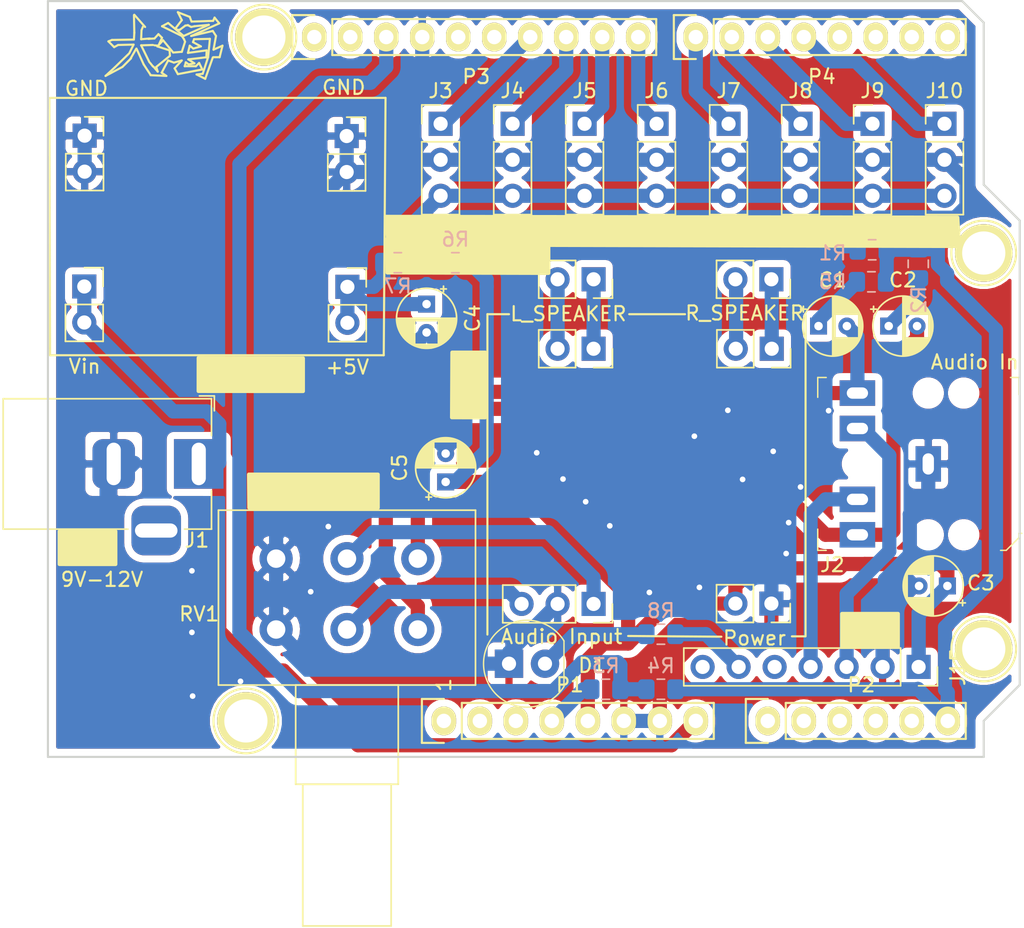
<source format=kicad_pcb>
(kicad_pcb (version 20171130) (host pcbnew "(5.1.2-1)-1")
  (title_block (date "lun. 30 mars 2015"))
  (layers (0 F.Cu signal) (31 B.Cu signal) (34 B.Paste user) (35 F.Paste user) (36 B.SilkS user) (37 F.SilkS user hide) (38 B.Mask user) (39 F.Mask user) (44 Edge.Cuts user))
  (net 0 "")
  (net 1 +5V)
  (net 2 GND)
  (net 3 /Vin)
  (net 4 /AREF)
  (net 5 "/A5(SCL)")
  (net 6 "/9(**)")
  (net 7 /8)
  (net 8 /7)
  (net 9 "/6(**)")
  (net 10 "/5(**)")
  (net 11 /4)
  (net 12 "/10(**/SS)")
  (net 13 +3V3)
  (net 14 "/11(**/MOSI)")
  (net 15 "Net-(C1-Pad1)")
  (net 16 "Net-(C2-Pad1)")
  (net 17 "Net-(J10-Pad3)")
  (net 18 /LEFT)
  (net 19 /RIGHT)
  (net 20 "Net-(D1-Pad2)")
  (net 21 "Net-(J15-Pad6)")
  (net 22 /BT_LEFT)
  (net 23 /BT_RIGHT)
  (net 24 "Net-(C4-Pad1)")
  (net 25 "Net-(J16-Pad1)")
  (net 26 "Net-(J16-Pad2)")
  (net 27 "Net-(J17-Pad2)")
  (net 28 "Net-(J17-Pad1)")
  (net 29 "Net-(J21-Pad1)")
  (net 30 "Net-(J21-Pad3)")
  (module Socket_Arduino_Uno:Socket_Strip_Arduino_1x08 (layer F.Cu) (at 138.938 123.825)
    (fp_text reference P1 (at 8.89 -2.54) (layer F.SilkS))
    (fp_text value Power)
    (pad 1 thru_hole oval (at 0 0) (size 1.7272 2.032) (drill 1.016) (layers *.Cu *.Mask F.SilkS))
    (pad 2 thru_hole oval (at 2.54 0) (size 1.7272 2.032) (drill 1.016) (layers *.Cu *.Mask F.SilkS))
    (pad 3 thru_hole oval (at 5.08 0) (size 1.7272 2.032) (drill 1.016) (layers *.Cu *.Mask F.SilkS))
    (pad 4 thru_hole oval (at 7.62 0) (size 1.7272 2.032) (drill 1.016) (layers *.Cu *.Mask F.SilkS) (net 13 +3V3))
    (pad 5 thru_hole oval (at 10.16 0) (size 1.7272 2.032) (drill 1.016) (layers *.Cu *.Mask F.SilkS) (net 1 +5V))
    (pad 6 thru_hole oval (at 12.7 0) (size 1.7272 2.032) (drill 1.016) (layers *.Cu *.Mask F.SilkS) (net 2 GND))
    (pad 7 thru_hole oval (at 15.24 0) (size 1.7272 2.032) (drill 1.016) (layers *.Cu *.Mask F.SilkS) (net 2 GND))
    (pad 8 thru_hole oval (at 17.78 0) (size 1.7272 2.032) (drill 1.016) (layers *.Cu *.Mask F.SilkS) (net 3 /Vin))
  )
  (module Socket_Arduino_Uno:Socket_Strip_Arduino_1x06 (layer F.Cu) (at 161.798 123.825)
    (fp_text reference P2 (at 6.604 -2.54) (layer F.SilkS))
    (fp_text value Analog)
    (pad 1 thru_hole oval (at 0 0) (size 1.7272 2.032) (drill 1.016) (layers *.Cu *.Mask F.SilkS))
    (pad 2 thru_hole oval (at 2.54 0) (size 1.7272 2.032) (drill 1.016) (layers *.Cu *.Mask F.SilkS))
    (pad 3 thru_hole oval (at 5.08 0) (size 1.7272 2.032) (drill 1.016) (layers *.Cu *.Mask F.SilkS))
    (pad 4 thru_hole oval (at 7.62 0) (size 1.7272 2.032) (drill 1.016) (layers *.Cu *.Mask F.SilkS))
    (pad 5 thru_hole oval (at 10.16 0) (size 1.7272 2.032) (drill 1.016) (layers *.Cu *.Mask F.SilkS))
    (pad 6 thru_hole oval (at 12.7 0) (size 1.7272 2.032) (drill 1.016) (layers *.Cu *.Mask F.SilkS) (net 5 "/A5(SCL)"))
  )
  (module Socket_Arduino_Uno:Socket_Strip_Arduino_1x10 (layer F.Cu) (at 129.794 75.565)
    (fp_text reference P3 (at 11.43 2.794) (layer F.SilkS))
    (fp_text value Digital)
    (pad 1 thru_hole oval (at 0 0) (size 1.7272 2.032) (drill 1.016) (layers *.Cu *.Mask F.SilkS))
    (pad 2 thru_hole oval (at 2.54 0) (size 1.7272 2.032) (drill 1.016) (layers *.Cu *.Mask F.SilkS))
    (pad 3 thru_hole oval (at 5.08 0) (size 1.7272 2.032) (drill 1.016) (layers *.Cu *.Mask F.SilkS) (net 4 /AREF))
    (pad 4 thru_hole oval (at 7.62 0) (size 1.7272 2.032) (drill 1.016) (layers *.Cu *.Mask F.SilkS) (net 2 GND))
    (pad 5 thru_hole oval (at 10.16 0) (size 1.7272 2.032) (drill 1.016) (layers *.Cu *.Mask F.SilkS))
    (pad 6 thru_hole oval (at 12.7 0) (size 1.7272 2.032) (drill 1.016) (layers *.Cu *.Mask F.SilkS))
    (pad 7 thru_hole oval (at 15.24 0) (size 1.7272 2.032) (drill 1.016) (layers *.Cu *.Mask F.SilkS) (net 14 "/11(**/MOSI)"))
    (pad 8 thru_hole oval (at 17.78 0) (size 1.7272 2.032) (drill 1.016) (layers *.Cu *.Mask F.SilkS) (net 12 "/10(**/SS)"))
    (pad 9 thru_hole oval (at 20.32 0) (size 1.7272 2.032) (drill 1.016) (layers *.Cu *.Mask F.SilkS) (net 6 "/9(**)"))
    (pad 10 thru_hole oval (at 22.86 0) (size 1.7272 2.032) (drill 1.016) (layers *.Cu *.Mask F.SilkS) (net 7 /8))
  )
  (module Socket_Arduino_Uno:Socket_Strip_Arduino_1x08 (layer F.Cu) (at 156.718 75.565)
    (fp_text reference P4 (at 8.89 2.794) (layer F.SilkS))
    (fp_text value Digital)
    (pad 1 thru_hole oval (at 0 0) (size 1.7272 2.032) (drill 1.016) (layers *.Cu *.Mask F.SilkS) (net 8 /7))
    (pad 2 thru_hole oval (at 2.54 0) (size 1.7272 2.032) (drill 1.016) (layers *.Cu *.Mask F.SilkS) (net 9 "/6(**)"))
    (pad 3 thru_hole oval (at 5.08 0) (size 1.7272 2.032) (drill 1.016) (layers *.Cu *.Mask F.SilkS) (net 10 "/5(**)"))
    (pad 4 thru_hole oval (at 7.62 0) (size 1.7272 2.032) (drill 1.016) (layers *.Cu *.Mask F.SilkS) (net 11 /4))
    (pad 5 thru_hole oval (at 10.16 0) (size 1.7272 2.032) (drill 1.016) (layers *.Cu *.Mask F.SilkS))
    (pad 6 thru_hole oval (at 12.7 0) (size 1.7272 2.032) (drill 1.016) (layers *.Cu *.Mask F.SilkS))
    (pad 7 thru_hole oval (at 15.24 0) (size 1.7272 2.032) (drill 1.016) (layers *.Cu *.Mask F.SilkS))
    (pad 8 thru_hole oval (at 17.78 0) (size 1.7272 2.032) (drill 1.016) (layers *.Cu *.Mask F.SilkS))
  )
  (module Socket_Arduino_Uno:Arduino_1pin (layer F.Cu) (at 124.968 123.825)
    (fp_text reference P5 hide)
    (fp_text value CONN_01X01 hide)
    (pad 1 thru_hole circle (at 0 0) (size 4.064 4.064) (drill 3.048) (layers *.Cu *.Mask F.SilkS))
  )
  (module Socket_Arduino_Uno:Arduino_1pin (layer F.Cu) (at 177.038 118.745)
    (fp_text reference P6 hide)
    (fp_text value CONN_01X01 hide)
    (pad 1 thru_hole circle (at 0 0) (size 4.064 4.064) (drill 3.048) (layers *.Cu *.Mask F.SilkS))
  )
  (module Socket_Arduino_Uno:Arduino_1pin (layer F.Cu) (at 126.238 75.565)
    (fp_text reference P7 hide)
    (fp_text value CONN_01X01 hide)
    (pad 1 thru_hole circle (at 0 0) (size 4.064 4.064) (drill 3.048) (layers *.Cu *.Mask F.SilkS))
  )
  (module Socket_Arduino_Uno:Arduino_1pin (layer F.Cu) (at 177.038 90.805)
    (fp_text reference P8 hide)
    (fp_text value CONN_01X01 hide)
    (pad 1 thru_hole circle (at 0 0) (size 4.064 4.064) (drill 3.048) (layers *.Cu *.Mask F.SilkS))
  )
  (module Connector_BarrelJack:BarrelJack_Horizontal (layer F.Cu) (at 121.6406 105.6894)
    (fp_text reference J1 (at -0.127 5.3848) (layer F.SilkS))
    (fp_text value 9V-12V (at -6.8326 8.1534) (layer F.SilkS))
    (pad 1 thru_hole rect (at 0 0) (size 3.5 3.5) (drill oval 1 3) (layers *.Cu *.Mask) (net 3 /Vin))
    (pad 2 thru_hole roundrect (at -6 0) (size 3 3.5) (drill oval 1 3) (layers *.Cu *.Mask) (net 2 GND))
    (pad 3 thru_hole roundrect (at -3 4.7) (size 3.5 3.5) (drill oval 3 1) (layers *.Cu *.Mask))
  )
  (module Connector_Audio:audiojack-3.5mm-5p (layer F.Cu) (at 168.1226 105.6894 180)
    (fp_text reference J2 (at 1.771 -7.112 180) (layer F.SilkS))
    (fp_text value "Audio In" (at -8.2804 7.1882 180) (layer F.SilkS))
    (pad RN thru_hole rect (at 0 -2.5 180) (size 2.5 1.8) (drill oval 1.5 0.8) (layers *.Cu *.Mask) (net 23 /BT_RIGHT))
    (pad TN thru_hole rect (at 0 2.5 180) (size 2.5 1.8) (drill oval 1.5 0.8) (layers *.Cu *.Mask) (net 22 /BT_LEFT))
    (pad R thru_hole rect (at 0 -5 180) (size 2.5 1.8) (drill oval 1.5 0.8) (layers *.Cu *.Mask) (net 19 /RIGHT))
    (pad T thru_hole rect (at 0 5 180) (size 2.5 1.8) (drill oval 1.5 0.8) (layers *.Cu *.Mask) (net 18 /LEFT))
    (pad S thru_hole rect (at -5 0 180) (size 1.8 2.5) (drill oval 0.8 1.5) (layers *.Cu *.Mask) (net 2 GND))
    (pad "" np_thru_hole circle (at 0 0 180) (size 1.2 1.2) (drill 1.2) (layers *.Cu *.Mask))
    (pad "" np_thru_hole circle (at -5 -5 180) (size 1.2 1.2) (drill 1.2) (layers *.Cu *.Mask))
    (pad "" np_thru_hole circle (at -7.5 -5 180) (size 1.2 1.2) (drill 1.2) (layers *.Cu *.Mask))
    (pad "" np_thru_hole circle (at -5 5 180) (size 1.2 1.2) (drill 1.2) (layers *.Cu *.Mask))
    (pad "" np_thru_hole circle (at -7.5 5 180) (size 1.2 1.2) (drill 1.2) (layers *.Cu *.Mask))
  )
  (module Connector_PinHeader_2.54mm:PinHeader_1x03_P2.54mm_Vertical (layer F.Cu) (at 138.7094 81.6864)
    (fp_text reference J3 (at 0 -2.33) (layer F.SilkS))
    (fp_text value Conn_01x03_Male)
    (pad 1 thru_hole rect (at 0 0) (size 1.7 1.7) (drill 1) (layers *.Cu *.Mask) (net 14 "/11(**/MOSI)"))
    (pad 2 thru_hole oval (at 0 2.54) (size 1.7 1.7) (drill 1) (layers *.Cu *.Mask) (net 2 GND))
    (pad 3 thru_hole oval (at 0 5.08) (size 1.7 1.7) (drill 1) (layers *.Cu *.Mask) (net 17 "Net-(J10-Pad3)"))
  )
  (module Connector_PinHeader_2.54mm:PinHeader_1x03_P2.54mm_Vertical (layer F.Cu) (at 143.7894 81.6864)
    (fp_text reference J4 (at 0 -2.33) (layer F.SilkS))
    (fp_text value Conn_01x03_Male)
    (pad 3 thru_hole oval (at 0 5.08) (size 1.7 1.7) (drill 1) (layers *.Cu *.Mask) (net 17 "Net-(J10-Pad3)"))
    (pad 2 thru_hole oval (at 0 2.54) (size 1.7 1.7) (drill 1) (layers *.Cu *.Mask) (net 2 GND))
    (pad 1 thru_hole rect (at 0 0) (size 1.7 1.7) (drill 1) (layers *.Cu *.Mask) (net 12 "/10(**/SS)"))
  )
  (module Connector_PinHeader_2.54mm:PinHeader_1x03_P2.54mm_Vertical (layer F.Cu) (at 148.8694 81.6864)
    (fp_text reference J5 (at 0 -2.33) (layer F.SilkS))
    (fp_text value Conn_01x03_Male)
    (pad 1 thru_hole rect (at 0 0) (size 1.7 1.7) (drill 1) (layers *.Cu *.Mask) (net 6 "/9(**)"))
    (pad 2 thru_hole oval (at 0 2.54) (size 1.7 1.7) (drill 1) (layers *.Cu *.Mask) (net 2 GND))
    (pad 3 thru_hole oval (at 0 5.08) (size 1.7 1.7) (drill 1) (layers *.Cu *.Mask) (net 17 "Net-(J10-Pad3)"))
  )
  (module Connector_PinHeader_2.54mm:PinHeader_1x03_P2.54mm_Vertical (layer F.Cu) (at 153.9494 81.6864)
    (fp_text reference J6 (at 0 -2.33) (layer F.SilkS))
    (fp_text value Conn_01x03_Male)
    (pad 3 thru_hole oval (at 0 5.08) (size 1.7 1.7) (drill 1) (layers *.Cu *.Mask) (net 17 "Net-(J10-Pad3)"))
    (pad 2 thru_hole oval (at 0 2.54) (size 1.7 1.7) (drill 1) (layers *.Cu *.Mask) (net 2 GND))
    (pad 1 thru_hole rect (at 0 0) (size 1.7 1.7) (drill 1) (layers *.Cu *.Mask) (net 7 /8))
  )
  (module Connector_PinHeader_2.54mm:PinHeader_1x03_P2.54mm_Vertical (layer F.Cu) (at 159.0294 81.6864)
    (fp_text reference J7 (at 0 -2.33) (layer F.SilkS))
    (fp_text value Conn_01x03_Male)
    (pad 1 thru_hole rect (at 0 0) (size 1.7 1.7) (drill 1) (layers *.Cu *.Mask) (net 8 /7))
    (pad 2 thru_hole oval (at 0 2.54) (size 1.7 1.7) (drill 1) (layers *.Cu *.Mask) (net 2 GND))
    (pad 3 thru_hole oval (at 0 5.08) (size 1.7 1.7) (drill 1) (layers *.Cu *.Mask) (net 17 "Net-(J10-Pad3)"))
  )
  (module Connector_PinHeader_2.54mm:PinHeader_1x03_P2.54mm_Vertical (layer F.Cu) (at 164.1094 81.6864)
    (fp_text reference J8 (at 0 -2.33) (layer F.SilkS))
    (fp_text value Conn_01x03_Male)
    (pad 3 thru_hole oval (at 0 5.08) (size 1.7 1.7) (drill 1) (layers *.Cu *.Mask) (net 17 "Net-(J10-Pad3)"))
    (pad 2 thru_hole oval (at 0 2.54) (size 1.7 1.7) (drill 1) (layers *.Cu *.Mask) (net 2 GND))
    (pad 1 thru_hole rect (at 0 0) (size 1.7 1.7) (drill 1) (layers *.Cu *.Mask) (net 9 "/6(**)"))
  )
  (module Connector_PinHeader_2.54mm:PinHeader_1x03_P2.54mm_Vertical (layer F.Cu) (at 169.1894 81.6864)
    (fp_text reference J9 (at 0 -2.33) (layer F.SilkS))
    (fp_text value Conn_01x03_Male)
    (pad 1 thru_hole rect (at 0 0) (size 1.7 1.7) (drill 1) (layers *.Cu *.Mask) (net 10 "/5(**)"))
    (pad 2 thru_hole oval (at 0 2.54) (size 1.7 1.7) (drill 1) (layers *.Cu *.Mask) (net 2 GND))
    (pad 3 thru_hole oval (at 0 5.08) (size 1.7 1.7) (drill 1) (layers *.Cu *.Mask) (net 17 "Net-(J10-Pad3)"))
  )
  (module Connector_PinHeader_2.54mm:PinHeader_1x03_P2.54mm_Vertical (layer F.Cu) (at 174.2694 81.6864)
    (fp_text reference J10 (at 0 -2.33) (layer F.SilkS))
    (fp_text value Conn_01x03_Male)
    (pad 3 thru_hole oval (at 0 5.08) (size 1.7 1.7) (drill 1) (layers *.Cu *.Mask) (net 17 "Net-(J10-Pad3)"))
    (pad 2 thru_hole oval (at 0 2.54) (size 1.7 1.7) (drill 1) (layers *.Cu *.Mask) (net 2 GND))
    (pad 1 thru_hole rect (at 0 0) (size 1.7 1.7) (drill 1) (layers *.Cu *.Mask) (net 11 /4))
  )
  (module digikey-footprints:LED_5mm_Radial (layer F.Cu) (at 146.0754 119.7864)
    (fp_text reference D1 (at 3.3274 0.127) (layer F.SilkS))
    (fp_text value LED_ALT)
    (pad 2 thru_hole circle (at 0 0) (size 2 2) (drill 1) (layers *.Cu *.Mask) (net 20 "Net-(D1-Pad2)"))
    (pad 1 thru_hole rect (at -2.54 0) (size 2 2) (drill 1) (layers *.Cu *.Mask) (net 2 GND))
  )
  (module Capacitor_THT:CP_Radial_D4.0mm_P2.00mm (layer F.Cu) (at 165.3794 95.9612)
    (fp_text reference C1 (at 1 -3.25) (layer F.SilkS))
    (fp_text value 0.01u)
    (pad 2 thru_hole circle (at 2 0) (size 1.2 1.2) (drill 0.6) (layers *.Cu *.Mask) (net 18 /LEFT))
    (pad 1 thru_hole rect (at 0 0) (size 1.2 1.2) (drill 0.6) (layers *.Cu *.Mask) (net 15 "Net-(C1-Pad1)"))
  )
  (module Capacitor_THT:CP_Radial_D4.0mm_P2.00mm (layer F.Cu) (at 170.3324 95.9612)
    (fp_text reference C2 (at 1 -3.25) (layer F.SilkS))
    (fp_text value 0.01u)
    (pad 1 thru_hole rect (at 0 0) (size 1.2 1.2) (drill 0.6) (layers *.Cu *.Mask) (net 16 "Net-(C2-Pad1)"))
    (pad 2 thru_hole circle (at 2 0) (size 1.2 1.2) (drill 0.6) (layers *.Cu *.Mask) (net 19 /RIGHT))
  )
  (module Capacitor_THT:CP_Radial_D4.0mm_P2.00mm (layer F.Cu) (at 174.4726 114.3 180)
    (fp_text reference C3 (at -2.3622 0.2032 180) (layer F.SilkS))
    (fp_text value CP1_Small)
    (pad 1 thru_hole rect (at 0 0 180) (size 1.2 1.2) (drill 0.6) (layers *.Cu *.Mask) (net 1 +5V))
    (pad 2 thru_hole circle (at 2 0 180) (size 1.2 1.2) (drill 0.6) (layers *.Cu *.Mask) (net 2 GND))
  )
  (module Capacitor_THT:CP_Radial_D4.0mm_P2.00mm (layer F.Cu) (at 137.7188 94.4118 270)
    (fp_text reference C4 (at 1 -3.25 270) (layer F.SilkS))
    (fp_text value CP1_Small)
    (pad 1 thru_hole rect (at 0 0 270) (size 1.2 1.2) (drill 0.6) (layers *.Cu *.Mask) (net 24 "Net-(C4-Pad1)"))
    (pad 2 thru_hole circle (at 2 0 270) (size 1.2 1.2) (drill 0.6) (layers *.Cu *.Mask) (net 2 GND))
  )
  (module Capacitor_THT:CP_Radial_D4.0mm_P2.00mm (layer F.Cu) (at 139.065 106.9594 90)
    (fp_text reference C5 (at 1 -3.25 90) (layer F.SilkS))
    (fp_text value CP1_Small)
    (pad 2 thru_hole circle (at 2 0 90) (size 1.2 1.2) (drill 0.6) (layers *.Cu *.Mask) (net 2 GND))
    (pad 1 thru_hole rect (at 0 0 90) (size 1.2 1.2) (drill 0.6) (layers *.Cu *.Mask) (net 1 +5V))
  )
  (module Potentiometer_THT:Potentiometer_Alps_RK163_Dual_Horizontal (layer F.Cu) (at 127.1016 117.3734 270)
    (fp_text reference RV1 (at -1.0922 5.4356) (layer F.SilkS))
    (fp_text value R_POT_Dual)
    (pad 3 thru_hole circle (at 0 -10 270) (size 2.34 2.34) (drill 1.3) (layers *.Cu *.Mask) (net 18 /LEFT))
    (pad 2 thru_hole circle (at 0 -5 270) (size 2.34 2.34) (drill 1.3) (layers *.Cu *.Mask) (net 30 "Net-(J21-Pad3)"))
    (pad 1 thru_hole circle (at 0 0 270) (size 2.34 2.34) (drill 1.3) (layers *.Cu *.Mask) (net 2 GND))
    (pad 6 thru_hole circle (at -5 -10 270) (size 2.34 2.34) (drill 1.3) (layers *.Cu *.Mask) (net 19 /RIGHT))
    (pad 5 thru_hole circle (at -5 -5 270) (size 2.34 2.34) (drill 1.3) (layers *.Cu *.Mask) (net 29 "Net-(J21-Pad1)"))
    (pad 4 thru_hole circle (at -5 0 270) (size 2.34 2.34) (drill 1.3) (layers *.Cu *.Mask) (net 2 GND))
  )
  (module Connector_PinSocket_2.54mm:PinSocket_1x02_P2.54mm_Vertical (layer F.Cu) (at 113.5634 93.1672)
    (fp_text reference J11)
    (fp_text value Vin (at 0.0254 5.6388) (layer F.SilkS))
    (pad 2 thru_hole oval (at 0 2.54) (size 1.7 1.7) (drill 1) (layers *.Cu *.Mask) (net 3 /Vin))
    (pad 1 thru_hole rect (at 0 0) (size 1.7 1.7) (drill 1) (layers *.Cu *.Mask) (net 3 /Vin))
  )
  (module Connector_PinSocket_2.54mm:PinSocket_1x02_P2.54mm_Vertical (layer F.Cu) (at 113.5888 82.5246)
    (fp_text reference J12)
    (fp_text value GND (at 0.127 -3.3274) (layer F.SilkS))
    (pad 1 thru_hole rect (at 0 0) (size 1.7 1.7) (drill 1) (layers *.Cu *.Mask) (net 2 GND))
    (pad 2 thru_hole oval (at 0 2.54) (size 1.7 1.7) (drill 1) (layers *.Cu *.Mask) (net 2 GND))
  )
  (module Connector_PinSocket_2.54mm:PinSocket_1x02_P2.54mm_Vertical (layer F.Cu) (at 132.1308 93.1926)
    (fp_text reference J13)
    (fp_text value +5V (at 0 5.6642) (layer F.SilkS))
    (pad 1 thru_hole rect (at 0 0) (size 1.7 1.7) (drill 1) (layers *.Cu *.Mask) (net 24 "Net-(C4-Pad1)"))
    (pad 2 thru_hole oval (at 0 2.54) (size 1.7 1.7) (drill 1) (layers *.Cu *.Mask) (net 24 "Net-(C4-Pad1)"))
  )
  (module Connector_PinSocket_2.54mm:PinSocket_1x02_P2.54mm_Vertical (layer F.Cu) (at 132.08 82.55)
    (fp_text reference J14)
    (fp_text value GND (at -0.2032 -3.429) (layer F.SilkS))
    (pad 2 thru_hole oval (at 0 2.54) (size 1.7 1.7) (drill 1) (layers *.Cu *.Mask) (net 2 GND))
    (pad 1 thru_hole rect (at 0 0) (size 1.7 1.7) (drill 1) (layers *.Cu *.Mask) (net 2 GND))
  )
  (module Connector_PinSocket_2.54mm:PinSocket_1x02_P2.54mm_Vertical (layer F.Cu) (at 162.052 92.6592 270)
    (fp_text reference J16)
    (fp_text value R_SPEAKER (at 2.3876 1.8796) (layer F.SilkS))
    (pad 2 thru_hole oval (at 0 2.54 270) (size 1.7 1.7) (drill 1) (layers *.Cu *.Mask) (net 26 "Net-(J16-Pad2)"))
    (pad 1 thru_hole rect (at 0 0 270) (size 1.7 1.7) (drill 1) (layers *.Cu *.Mask) (net 25 "Net-(J16-Pad1)"))
  )
  (module Connector_PinSocket_2.54mm:PinSocket_1x02_P2.54mm_Vertical (layer F.Cu) (at 149.5044 92.6592 270)
    (fp_text reference J17)
    (fp_text value L_SPEAKER (at 2.4384 1.778 180) (layer F.SilkS))
    (pad 1 thru_hole rect (at 0 0 270) (size 1.7 1.7) (drill 1) (layers *.Cu *.Mask) (net 28 "Net-(J17-Pad1)"))
    (pad 2 thru_hole oval (at 0 2.54 270) (size 1.7 1.7) (drill 1) (layers *.Cu *.Mask) (net 27 "Net-(J17-Pad2)"))
  )
  (module Connector_PinSocket_2.54mm:PinSocket_1x02_P2.54mm_Vertical (layer F.Cu) (at 162.0774 97.5614 270)
    (fp_text reference J18)
    (fp_text value R)
    (pad 1 thru_hole rect (at 0 0 270) (size 1.7 1.7) (drill 1) (layers *.Cu *.Mask) (net 25 "Net-(J16-Pad1)"))
    (pad 2 thru_hole oval (at 0 2.54 270) (size 1.7 1.7) (drill 1) (layers *.Cu *.Mask) (net 26 "Net-(J16-Pad2)"))
  )
  (module Connector_PinSocket_2.54mm:PinSocket_1x02_P2.54mm_Vertical (layer F.Cu) (at 149.5044 97.5614 270)
    (fp_text reference J19)
    (fp_text value L)
    (pad 2 thru_hole oval (at 0 2.54 270) (size 1.7 1.7) (drill 1) (layers *.Cu *.Mask) (net 27 "Net-(J17-Pad2)"))
    (pad 1 thru_hole rect (at 0 0 270) (size 1.7 1.7) (drill 1) (layers *.Cu *.Mask) (net 28 "Net-(J17-Pad1)"))
  )
  (module Connector_PinSocket_2.54mm:PinSocket_1x02_P2.54mm_Vertical (layer F.Cu) (at 162.052 115.5446 270)
    (fp_text reference J20)
    (fp_text value Power (at 2.4384 1.1938) (layer F.SilkS))
    (pad 2 thru_hole oval (at 0 2.54 270) (size 1.7 1.7) (drill 1) (layers *.Cu *.Mask) (net 1 +5V))
    (pad 1 thru_hole rect (at 0 0 270) (size 1.7 1.7) (drill 1) (layers *.Cu *.Mask) (net 2 GND))
  )
  (module Connector_PinSocket_2.54mm:PinSocket_1x07_P2.54mm_Vertical (layer F.Cu) (at 172.4406 120.015 270)
    (fp_text reference J15 (at 0 -2.77 270) (layer F.SilkS))
    (fp_text value "BT Audio")
    (pad 1 thru_hole rect (at 0 0 270) (size 1.7 1.7) (drill 1) (layers *.Cu *.Mask) (net 1 +5V))
    (pad 2 thru_hole oval (at 0 2.54 270) (size 1.7 1.7) (drill 1) (layers *.Cu *.Mask) (net 2 GND))
    (pad 3 thru_hole oval (at 0 5.08 270) (size 1.7 1.7) (drill 1) (layers *.Cu *.Mask) (net 22 /BT_LEFT))
    (pad 4 thru_hole oval (at 0 7.62 270) (size 1.7 1.7) (drill 1) (layers *.Cu *.Mask) (net 23 /BT_RIGHT))
    (pad 5 thru_hole oval (at 0 10.16 270) (size 1.7 1.7) (drill 1) (layers *.Cu *.Mask))
    (pad 6 thru_hole oval (at 0 12.7 270) (size 1.7 1.7) (drill 1) (layers *.Cu *.Mask) (net 21 "Net-(J15-Pad6)"))
    (pad 7 thru_hole oval (at 0 15.24 270) (size 1.7 1.7) (drill 1) (layers *.Cu *.Mask))
  )
  (module Connector_PinSocket_2.54mm:PinSocket_1x03_P2.54mm_Vertical (layer F.Cu) (at 149.5044 115.57 270)
    (fp_text reference J21)
    (fp_text value "Audio Input" (at 2.3114 2.2606) (layer F.SilkS))
    (pad 1 thru_hole rect (at 0 0 270) (size 1.7 1.7) (drill 1) (layers *.Cu *.Mask) (net 29 "Net-(J21-Pad1)"))
    (pad 2 thru_hole oval (at 0 2.54 270) (size 1.7 1.7) (drill 1) (layers *.Cu *.Mask) (net 2 GND))
    (pad 3 thru_hole oval (at 0 5.08 270) (size 1.7 1.7) (drill 1) (layers *.Cu *.Mask) (net 30 "Net-(J21-Pad3)"))
  )
  (module Symbol:dahai_small (layer F.Cu) (at 119.5324 79.8322)
    (fp_text reference REF**)
    (fp_text value dahai_small)
  )
  (module Resistor_SMD:R_0805_2012Metric_Pad1.15x1.40mm_HandSolder (layer B.Cu) (at 169.1132 92.837 180)
    (fp_text reference R1 (at 2.7432 2.032 180) (layer B.SilkS) (effects (justify mirror)))
    (fp_text value 5k1)
    (pad 2 smd roundrect (at 1.025 0 180) (size 1.15 1.4) (layers B.Cu B.Paste B.Mask) (roundrect_rratio 0.217391) (net 15 "Net-(C1-Pad1)"))
    (pad 1 smd roundrect (at -1.025 0 180) (size 1.15 1.4) (layers B.Cu B.Paste B.Mask) (roundrect_rratio 0.217391) (net 5 "/A5(SCL)"))
  )
  (module Resistor_SMD:R_0805_2012Metric_Pad1.15x1.40mm_HandSolder (layer B.Cu) (at 172.4152 91.567 270)
    (fp_text reference R2 (at 2.54 -0.0508 270) (layer B.SilkS) (effects (justify mirror)))
    (fp_text value 5k1)
    (pad 1 smd roundrect (at -1.025 0 270) (size 1.15 1.4) (layers B.Cu B.Paste B.Mask) (roundrect_rratio 0.217391) (net 5 "/A5(SCL)"))
    (pad 2 smd roundrect (at 1.025 0 270) (size 1.15 1.4) (layers B.Cu B.Paste B.Mask) (roundrect_rratio 0.217391) (net 16 "Net-(C2-Pad1)"))
  )
  (module Resistor_SMD:R_0805_2012Metric_Pad1.15x1.40mm_HandSolder (layer B.Cu) (at 150.368 121.5898 180)
    (fp_text reference R3 (at 0 1.65 180) (layer B.SilkS) (effects (justify mirror)))
    (fp_text value 5k1)
    (pad 1 smd roundrect (at -1.025 0 180) (size 1.15 1.4) (layers B.Cu B.Paste B.Mask) (roundrect_rratio 0.217391) (net 4 /AREF))
    (pad 2 smd roundrect (at 1.025 0 180) (size 1.15 1.4) (layers B.Cu B.Paste B.Mask) (roundrect_rratio 0.217391) (net 13 +3V3))
  )
  (module Resistor_SMD:R_0805_2012Metric_Pad1.15x1.40mm_HandSolder (layer B.Cu) (at 154.2542 121.5898 180)
    (fp_text reference R4 (at 0 1.65 180) (layer B.SilkS) (effects (justify mirror)))
    (fp_text value 100k)
    (pad 2 smd roundrect (at 1.025 0 180) (size 1.15 1.4) (layers B.Cu B.Paste B.Mask) (roundrect_rratio 0.217391) (net 4 /AREF))
    (pad 1 smd roundrect (at -1.025 0 180) (size 1.15 1.4) (layers B.Cu B.Paste B.Mask) (roundrect_rratio 0.217391) (net 5 "/A5(SCL)"))
  )
  (module Resistor_SMD:R_0805_2012Metric_Pad1.15x1.40mm_HandSolder (layer B.Cu) (at 169.164 90.5764)
    (fp_text reference R5 (at -2.794 2.2606) (layer B.SilkS) (effects (justify mirror)))
    (fp_text value 100k)
    (pad 1 smd roundrect (at -1.025 0) (size 1.15 1.4) (layers B.Cu B.Paste B.Mask) (roundrect_rratio 0.217391) (net 2 GND))
    (pad 2 smd roundrect (at 1.025 0) (size 1.15 1.4) (layers B.Cu B.Paste B.Mask) (roundrect_rratio 0.217391) (net 5 "/A5(SCL)"))
  )
  (module Resistor_SMD:R_0805_2012Metric_Pad1.15x1.40mm_HandSolder (layer B.Cu) (at 139.7508 91.4908 180)
    (fp_text reference R6 (at 0 1.65 180) (layer B.SilkS) (effects (justify mirror)))
    (fp_text value short)
    (pad 1 smd roundrect (at -1.025 0 180) (size 1.15 1.4) (layers B.Cu B.Paste B.Mask) (roundrect_rratio 0.217391) (net 1 +5V))
    (pad 2 smd roundrect (at 1.025 0 180) (size 1.15 1.4) (layers B.Cu B.Paste B.Mask) (roundrect_rratio 0.217391) (net 17 "Net-(J10-Pad3)"))
  )
  (module Resistor_SMD:R_0805_2012Metric_Pad1.15x1.40mm_HandSolder (layer B.Cu) (at 135.6868 91.4908)
    (fp_text reference R7 (at 0 1.65) (layer B.SilkS) (effects (justify mirror)))
    (fp_text value short)
    (pad 2 smd roundrect (at 1.025 0) (size 1.15 1.4) (layers B.Cu B.Paste B.Mask) (roundrect_rratio 0.217391) (net 17 "Net-(J10-Pad3)"))
    (pad 1 smd roundrect (at -1.025 0) (size 1.15 1.4) (layers B.Cu B.Paste B.Mask) (roundrect_rratio 0.217391) (net 24 "Net-(C4-Pad1)"))
  )
  (module Resistor_SMD:R_0805_2012Metric_Pad1.15x1.40mm_HandSolder (layer B.Cu) (at 154.2542 117.7036 180)
    (fp_text reference R8 (at 0 1.65 180) (layer B.SilkS) (effects (justify mirror)))
    (fp_text value 100)
    (pad 2 smd roundrect (at 1.025 0 180) (size 1.15 1.4) (layers B.Cu B.Paste B.Mask) (roundrect_rratio 0.217391) (net 20 "Net-(D1-Pad2)"))
    (pad 1 smd roundrect (at -1.025 0 180) (size 1.15 1.4) (layers B.Cu B.Paste B.Mask) (roundrect_rratio 0.217391) (net 21 "Net-(J15-Pad6)"))
  )
  (gr_line (start 163.4998 117.856) (end 164.4142 117.856) (layer F.SilkS) (width 0.15))
  (gr_line (start 155.956 95.123) (end 152.019 95.123) (layer F.SilkS) (width 0.15))
  (gr_line (start 134.8232 79.8576) (end 111.1504 79.8576) (layer F.SilkS) (width 0.15))
  (gr_line (start 134.6962 98.0186) (end 134.8232 79.8576) (layer F.SilkS) (width 0.15))
  (gr_line (start 111.1504 98.0186) (end 134.6962 98.0186) (layer F.SilkS) (width 0.15))
  (gr_line (start 111.0996 79.9338) (end 111.1504 98.0186) (layer F.SilkS) (width 0.15))
  (gr_line (start 142.0114 95.123) (end 142.0114 117.729) (layer F.SilkS) (width 0.15))
  (gr_line (start 143.5354 95.123) (end 142.0114 95.123) (layer F.SilkS) (width 0.15))
  (gr_line (start 164.465 117.856) (end 164.465 95.1738) (layer F.SilkS) (width 0.15))
  (gr_line (start 151.9428 117.8306) (end 158.5214 117.8814) (layer F.SilkS) (width 0.15))
  (gr_text 1 (at 138.938 121.285 90) (layer F.SilkS) (effects (font (size 1 1))))
  (gr_line (start 177.038 74.549) (end 175.514 73.025) (angle 90) (layer Edge.Cuts) (width 0.15))
  (gr_line (start 177.038 85.979) (end 177.038 74.549) (angle 90) (layer Edge.Cuts) (width 0.15))
  (gr_line (start 179.578 88.519) (end 177.038 85.979) (angle 90) (layer Edge.Cuts) (width 0.15))
  (gr_line (start 179.578 121.285) (end 179.578 88.519) (angle 90) (layer Edge.Cuts) (width 0.15))
  (gr_line (start 177.038 123.825) (end 179.578 121.285) (angle 90) (layer Edge.Cuts) (width 0.15))
  (gr_line (start 177.038 126.365) (end 177.038 123.825) (angle 90) (layer Edge.Cuts) (width 0.15))
  (gr_line (start 110.998 126.365) (end 177.038 126.365) (angle 90) (layer Edge.Cuts) (width 0.15))
  (gr_line (start 110.998 73.025) (end 110.998 126.365) (angle 90) (layer Edge.Cuts) (width 0.15))
  (gr_line (start 175.514 73.025) (end 110.998 73.025) (angle 90) (layer Edge.Cuts) (width 0.15))
  (segment (start 149.098 119.4816) (end 149.098 123.825) (width 1) (layer F.Cu) (net 1))
  (segment (start 150.2156 118.364) (end 149.098 119.4816) (width 1) (layer F.Cu) (net 1))
  (segment (start 151.9428 118.364) (end 150.2156 118.364) (width 1) (layer F.Cu) (net 1))
  (segment (start 154.7622 115.5446) (end 151.9428 118.364) (width 1) (layer F.Cu) (net 1))
  (segment (start 159.512 115.5446) (end 154.7622 115.5446) (width 1) (layer F.Cu) (net 1))
  (segment (start 159.512 114.3) (end 159.512 115.5446) (width 1) (layer F.Cu) (net 1))
  (segment (start 160.7566 113.0554) (end 159.512 114.3) (width 1) (layer F.Cu) (net 1))
  (segment (start 151.9428 115.048398) (end 151.9428 118.364) (width 1) (layer F.Cu) (net 1))
  (segment (start 143.853802 106.9594) (end 151.9428 115.048398) (width 1) (layer F.Cu) (net 1))
  (segment (start 139.065 106.9594) (end 143.853802 106.9594) (width 1) (layer F.Cu) (net 1))
  (segment (start 141.9606 104.7242) (end 141.9606 93.1671) (width 1) (layer B.Cu) (net 1))
  (segment (start 139.7254 106.9594) (end 141.9606 104.7242) (width 1) (layer B.Cu) (net 1))
  (segment (start 139.065 106.9594) (end 139.7254 106.9594) (width 1) (layer B.Cu) (net 1))
  (segment (start 172.4914 116.1542) (end 172.4406 116.205) (width 1) (layer B.Cu) (net 1))
  (segment (start 172.4406 120.015) (end 172.4406 116.205) (width 1) (layer B.Cu) (net 1))
  (segment (start 172.4406 116.332) (end 174.4726 114.3) (width 1) (layer B.Cu) (net 1))
  (segment (start 172.4406 120.015) (end 172.4406 116.332) (width 1) (layer B.Cu) (net 1))
  (segment (start 166.8526 113.0554) (end 167.1574 112.7506) (width 1) (layer F.Cu) (net 1))
  (segment (start 166.8526 113.0554) (end 160.7566 113.0554) (width 1) (layer F.Cu) (net 1))
  (segment (start 168.6306 112.7506) (end 173.9646 112.7506) (width 1) (layer F.Cu) (net 1))
  (segment (start 167.1574 112.7506) (end 168.6306 112.7506) (width 1) (layer F.Cu) (net 1))
  (segment (start 168.6306 112.7506) (end 171.4244 112.7506) (width 1) (layer F.Cu) (net 1))
  (segment (start 174.4726 113.2586) (end 174.4726 114.3) (width 1) (layer F.Cu) (net 1))
  (segment (start 173.9646 112.7506) (end 174.4726 113.2586) (width 1) (layer F.Cu) (net 1))
  (segment (start 141.9606 92.6756) (end 140.7758 91.4908) (width 1) (layer B.Cu) (net 1))
  (segment (start 141.9606 93.1671) (end 141.9606 92.6756) (width 1) (layer B.Cu) (net 1))
  (segment (start 154.178 123.825) (end 151.638 123.825) (width 1) (layer B.Cu) (net 2))
  (segment (start 174.2694 84.2264) (end 138.7094 84.2264) (width 1) (layer B.Cu) (net 2))
  (segment (start 132.08 85.09) (end 132.08 82.55) (width 1) (layer B.Cu) (net 2))
  (segment (start 113.5888 82.5246) (end 113.5888 85.0646) (width 1) (layer B.Cu) (net 2))
  (segment (start 132.0546 82.5246) (end 132.08 82.55) (width 1) (layer B.Cu) (net 2))
  (segment (start 173.1226 107.9394) (end 173.1226 105.6894) (width 1) (layer B.Cu) (net 2))
  (segment (start 171.822599 109.239401) (end 173.1226 107.9394) (width 1) (layer B.Cu) (net 2))
  (segment (start 171.822599 112.096473) (end 171.822599 109.239401) (width 1) (layer B.Cu) (net 2))
  (segment (start 170.0596 113.859472) (end 171.822599 112.096473) (width 1) (layer B.Cu) (net 2))
  (segment (start 129.5146 119.7864) (end 127.1016 117.3734) (width 1) (layer B.Cu) (net 2))
  (segment (start 143.5354 119.7864) (end 129.5146 119.7864) (width 1) (layer B.Cu) (net 2))
  (segment (start 127.1016 114.5794) (end 127.1016 112.3734) (width 1) (layer B.Cu) (net 2))
  (segment (start 127.1016 117.3734) (end 127.1016 114.5794) (width 1) (layer B.Cu) (net 2))
  (segment (start 143.5354 118.999) (end 146.9644 115.57) (width 1) (layer B.Cu) (net 2))
  (segment (start 143.5354 119.7864) (end 143.5354 118.999) (width 1) (layer B.Cu) (net 2))
  (segment (start 130.1496 99.314) (end 128.651 97.8154) (width 1) (layer B.Cu) (net 2))
  (segment (start 128.651 88.519) (end 132.08 85.09) (width 1) (layer B.Cu) (net 2))
  (segment (start 135.763 84.2264) (end 134.8994 85.09) (width 1) (layer B.Cu) (net 2))
  (segment (start 138.7094 84.2264) (end 135.763 84.2264) (width 1) (layer B.Cu) (net 2))
  (segment (start 132.08 85.09) (end 134.8994 85.09) (width 1) (layer B.Cu) (net 2))
  (segment (start 128.651 109.169371) (end 128.651 97.3582) (width 1) (layer B.Cu) (net 2))
  (segment (start 127.1016 110.718771) (end 128.651 109.169371) (width 1) (layer B.Cu) (net 2))
  (segment (start 128.651 97.3582) (end 128.651 88.519) (width 1) (layer B.Cu) (net 2))
  (segment (start 127.1016 112.3734) (end 127.1016 110.718771) (width 1) (layer B.Cu) (net 2))
  (segment (start 128.651 97.8154) (end 128.651 97.3582) (width 1) (layer B.Cu) (net 2))
  (segment (start 161.7938 117.6528) (end 162.052 117.3946) (width 1) (layer F.Cu) (net 2))
  (segment (start 157.268798 117.6528) (end 161.7938 117.6528) (width 1) (layer F.Cu) (net 2))
  (segment (start 154.178 120.743598) (end 157.268798 117.6528) (width 1) (layer F.Cu) (net 2))
  (segment (start 162.052 117.3946) (end 162.052 115.5446) (width 1) (layer F.Cu) (net 2))
  (segment (start 154.178 123.825) (end 154.178 120.743598) (width 1) (layer F.Cu) (net 2))
  (segment (start 137.414 75.565) (end 137.414 79.0448) (width 1) (layer B.Cu) (net 2))
  (segment (start 135.763 80.6958) (end 135.763 84.2264) (width 1) (layer B.Cu) (net 2))
  (segment (start 137.414 79.0448) (end 135.763 80.6958) (width 1) (layer B.Cu) (net 2))
  (segment (start 117.9322 114.5794) (end 115.1382 111.7854) (width 1) (layer B.Cu) (net 2))
  (segment (start 115.1382 107.5634) (end 117.0884 105.6132) (width 1) (layer B.Cu) (net 2))
  (segment (start 115.1382 111.7854) (end 115.1382 107.5634) (width 1) (layer B.Cu) (net 2))
  (segment (start 139.065 104.9594) (end 139.065 99.1428) (width 1) (layer B.Cu) (net 2))
  (segment (start 161.7938 117.6528) (end 169.3672 117.6528) (width 1) (layer F.Cu) (net 2))
  (segment (start 169.9006 118.1862) (end 169.9006 120.015) (width 1) (layer F.Cu) (net 2))
  (segment (start 169.3672 117.6528) (end 169.9006 118.1862) (width 1) (layer F.Cu) (net 2))
  (segment (start 170.1866 114.3) (end 170.0596 114.427) (width 1) (layer B.Cu) (net 2))
  (segment (start 172.4726 114.3) (end 170.1866 114.3) (width 1) (layer B.Cu) (net 2))
  (segment (start 170.0596 114.427) (end 170.0596 113.859472) (width 1) (layer B.Cu) (net 2))
  (segment (start 169.9006 114.586) (end 170.0596 114.427) (width 1) (layer B.Cu) (net 2))
  (segment (start 169.9006 120.015) (end 169.9006 114.586) (width 1) (layer B.Cu) (net 2))
  (segment (start 162.052 113.6946) (end 160.727 112.3696) (width 1) (layer B.Cu) (net 2))
  (segment (start 162.052 115.5446) (end 162.052 113.6946) (width 1) (layer B.Cu) (net 2))
  (segment (start 160.727 112.3696) (end 152.9588 112.3696) (width 1) (layer B.Cu) (net 2))
  (segment (start 152.9588 112.3696) (end 150.6474 110.0582) (width 1) (layer B.Cu) (net 2))
  (segment (start 145.4912 104.902) (end 145.4912 104.902) (width 1) (layer B.Cu) (net 2))
  (via (at 145.4912 104.902) (size 0.6) (drill 0.4) (layers F.Cu B.Cu) (net 2))
  (segment (start 147.3454 106.7562) (end 145.4912 104.902) (width 1) (layer B.Cu) (net 2))
  (via (at 147.3454 106.7562) (size 0.6) (drill 0.4) (layers F.Cu B.Cu) (net 2))
  (segment (start 148.9456 108.3564) (end 147.3454 106.7562) (width 1) (layer B.Cu) (net 2))
  (via (at 148.9456 108.3564) (size 0.6) (drill 0.4) (layers F.Cu B.Cu) (net 2))
  (segment (start 150.6474 110.0582) (end 148.9456 108.3564) (width 1) (layer B.Cu) (net 2))
  (via (at 150.6474 110.0582) (size 0.6) (drill 0.4) (layers F.Cu B.Cu) (net 2))
  (segment (start 175.819401 85.776401) (end 175.119399 85.076399) (width 1) (layer B.Cu) (net 2))
  (segment (start 175.819401 87.510401) (end 175.819401 85.776401) (width 1) (layer B.Cu) (net 2))
  (segment (start 175.119399 85.076399) (end 174.2694 84.2264) (width 1) (layer B.Cu) (net 2))
  (segment (start 168.139 89.7764) (end 169.598999 88.316401) (width 1) (layer B.Cu) (net 2))
  (segment (start 175.013401 88.316401) (end 175.819401 87.510401) (width 1) (layer B.Cu) (net 2))
  (segment (start 169.598999 88.316401) (end 175.013401 88.316401) (width 1) (layer B.Cu) (net 2))
  (segment (start 168.139 90.5764) (end 168.139 89.7764) (width 1) (layer B.Cu) (net 2))
  (via (at 121.158 113.2332) (size 0.6) (drill 0.4) (layers F.Cu B.Cu) (net 2))
  (via (at 121.158 117.5766) (size 0.6) (drill 0.4) (layers F.Cu B.Cu) (net 2))
  (via (at 121.2088 122.0724) (size 0.6) (drill 0.4) (layers F.Cu B.Cu) (net 2))
  (via (at 130.7846 110.109) (size 0.6) (drill 0.4) (layers F.Cu B.Cu) (net 2))
  (via (at 129.54 114.7064) (size 0.6) (drill 0.4) (layers F.Cu B.Cu) (net 2))
  (via (at 124.587 121.031) (size 0.6) (drill 0.4) (layers F.Cu B.Cu) (net 2))
  (segment (start 139.065 97.758) (end 137.7188 96.4118) (width 1) (layer B.Cu) (net 2))
  (segment (start 139.065 99.1428) (end 139.065 97.758) (width 1) (layer B.Cu) (net 2))
  (segment (start 134.8166 99.314) (end 137.7188 96.4118) (width 1) (layer B.Cu) (net 2))
  (segment (start 133.5212 99.314) (end 132.4864 99.314) (width 1) (layer B.Cu) (net 2))
  (segment (start 132.4864 99.314) (end 134.8166 99.314) (width 1) (layer B.Cu) (net 2))
  (segment (start 132.4864 99.314) (end 130.1496 99.314) (width 1) (layer B.Cu) (net 2))
  (via (at 156.6164 103.7336) (size 0.6) (drill 0.4) (layers F.Cu B.Cu) (net 2))
  (via (at 160.02 106.7816) (size 0.6) (drill 0.4) (layers F.Cu B.Cu) (net 2))
  (via (at 163.2712 109.8296) (size 0.6) (drill 0.4) (layers F.Cu B.Cu) (net 2))
  (via (at 158.9786 101.9048) (size 0.6) (drill 0.4) (layers F.Cu B.Cu) (net 2))
  (via (at 162.179 104.8004) (size 0.6) (drill 0.4) (layers F.Cu B.Cu) (net 2))
  (via (at 164.1094 107.315) (size 0.6) (drill 0.4) (layers F.Cu B.Cu) (net 2))
  (via (at 166.0906 101.9302) (size 0.6) (drill 0.4) (layers F.Cu B.Cu) (net 2))
  (via (at 163.0934 112.014) (size 0.6) (drill 0.4) (layers F.Cu B.Cu) (net 2))
  (via (at 153.4414 114.7572) (size 0.6) (drill 0.4) (layers F.Cu B.Cu) (net 2))
  (via (at 156.972 114.4016) (size 0.6) (drill 0.4) (layers F.Cu B.Cu) (net 2))
  (segment (start 113.5634 93.1672) (end 113.5634 95.7072) (width 1) (layer B.Cu) (net 3))
  (segment (start 113.5634 95.7072) (end 119.8372 101.981) (width 1) (layer B.Cu) (net 3))
  (segment (start 155.00199 125.54101) (end 132.88161 125.54101) (width 1) (layer F.Cu) (net 3))
  (segment (start 156.718 123.825) (end 155.00199 125.54101) (width 1) (layer F.Cu) (net 3))
  (segment (start 132.88161 125.54101) (end 127.6096 120.269) (width 1) (layer F.Cu) (net 3))
  (segment (start 127.6096 120.269) (end 127.229598 120.269) (width 1) (layer F.Cu) (net 3))
  (segment (start 127.6096 120.269) (end 125.8824 120.269) (width 1) (layer F.Cu) (net 3))
  (segment (start 123.0884 117.475) (end 123.0884 105.6132) (width 1) (layer F.Cu) (net 3))
  (segment (start 125.8824 120.269) (end 123.0884 117.475) (width 1) (layer F.Cu) (net 3))
  (segment (start 122.2062 101.981) (end 119.8372 101.981) (width 1) (layer B.Cu) (net 3))
  (segment (start 123.0884 102.8632) (end 122.2062 101.981) (width 1) (layer B.Cu) (net 3))
  (segment (start 123.0884 105.6132) (end 123.0884 102.8632) (width 1) (layer B.Cu) (net 3))
  (segment (start 151.393 121.5898) (end 153.2292 121.5898) (width 1) (layer B.Cu) (net 4))
  (segment (start 134.874 77.6732) (end 134.874 75.565) (width 1) (layer B.Cu) (net 4))
  (segment (start 133.7564 78.7908) (end 134.874 77.6732) (width 1) (layer B.Cu) (net 4))
  (segment (start 130.2512 78.7908) (end 133.7564 78.7908) (width 1) (layer B.Cu) (net 4))
  (segment (start 124.5108 84.5312) (end 130.2512 78.7908) (width 1) (layer B.Cu) (net 4))
  (segment (start 124.5108 117.550202) (end 124.5108 84.5312) (width 1) (layer B.Cu) (net 4))
  (segment (start 146.661002 121.7168) (end 128.677398 121.7168) (width 1) (layer B.Cu) (net 4))
  (segment (start 148.693002 119.6848) (end 146.661002 121.7168) (width 1) (layer B.Cu) (net 4))
  (segment (start 151.2062 119.6848) (end 148.693002 119.6848) (width 1) (layer B.Cu) (net 4))
  (segment (start 151.393 119.8716) (end 151.2062 119.6848) (width 1) (layer B.Cu) (net 4))
  (segment (start 128.677398 121.7168) (end 124.5108 117.550202) (width 1) (layer B.Cu) (net 4))
  (segment (start 151.393 121.5898) (end 151.393 119.8716) (width 1) (layer B.Cu) (net 4))
  (segment (start 174.498 123.6726) (end 174.498 123.825) (width 1) (layer B.Cu) (net 5))
  (segment (start 172.390401 121.565001) (end 174.498 123.6726) (width 1) (layer B.Cu) (net 5))
  (segment (start 177.9016 96.2406) (end 174.45351 92.79251) (width 1) (layer B.Cu) (net 5))
  (segment (start 174.498 123.825) (end 174.498 121.809) (width 1) (layer B.Cu) (net 5))
  (segment (start 177.9016 113.6142) (end 177.9016 96.2406) (width 1) (layer B.Cu) (net 5))
  (segment (start 174.305999 117.209801) (end 177.9016 113.6142) (width 1) (layer B.Cu) (net 5))
  (segment (start 174.305999 121.616999) (end 174.305999 117.209801) (width 1) (layer B.Cu) (net 5))
  (segment (start 174.498 121.809) (end 174.305999 121.616999) (width 1) (layer B.Cu) (net 5))
  (segment (start 170.189 92.7862) (end 170.1382 92.837) (width 1) (layer B.Cu) (net 5))
  (segment (start 170.189 90.5764) (end 170.189 92.7862) (width 1) (layer B.Cu) (net 5))
  (segment (start 172.3808 90.5764) (end 172.4152 90.542) (width 1) (layer B.Cu) (net 5))
  (segment (start 170.189 90.5764) (end 172.3808 90.5764) (width 1) (layer B.Cu) (net 5))
  (segment (start 172.4152 90.542) (end 173.8032 90.542) (width 1) (layer B.Cu) (net 5))
  (segment (start 174.45351 92.263872) (end 174.45351 92.79251) (width 1) (layer B.Cu) (net 5))
  (segment (start 173.8032 91.613562) (end 174.45351 92.263872) (width 1) (layer B.Cu) (net 5))
  (segment (start 173.8032 90.542) (end 173.8032 91.613562) (width 1) (layer B.Cu) (net 5))
  (segment (start 172.365602 121.5898) (end 172.390401 121.565001) (width 1) (layer B.Cu) (net 5))
  (segment (start 155.2792 121.5898) (end 172.365602 121.5898) (width 1) (layer B.Cu) (net 5))
  (segment (start 150.114 80.4418) (end 148.8694 81.6864) (width 1) (layer B.Cu) (net 6))
  (segment (start 150.114 75.565) (end 150.114 80.4418) (width 1) (layer B.Cu) (net 6))
  (segment (start 152.654 80.391) (end 153.9494 81.6864) (width 1) (layer B.Cu) (net 7))
  (segment (start 152.654 75.565) (end 152.654 80.391) (width 1) (layer B.Cu) (net 7))
  (segment (start 156.718 79.375) (end 159.0294 81.6864) (width 1) (layer B.Cu) (net 8))
  (segment (start 156.718 75.565) (end 156.718 79.375) (width 1) (layer B.Cu) (net 8))
  (segment (start 159.258 76.835) (end 164.1094 81.6864) (width 1) (layer B.Cu) (net 9))
  (segment (start 159.258 75.565) (end 159.258 76.835) (width 1) (layer B.Cu) (net 9))
  (segment (start 161.798 76.145) (end 161.798 75.565) (width 1) (layer B.Cu) (net 10))
  (segment (start 167.3394 81.6864) (end 161.798 76.145) (width 1) (layer B.Cu) (net 10))
  (segment (start 169.1894 81.6864) (end 167.3394 81.6864) (width 1) (layer B.Cu) (net 10))
  (segment (start 172.4194 81.6864) (end 174.2694 81.6864) (width 1) (layer B.Cu) (net 11))
  (segment (start 168.01401 77.28101) (end 172.4194 81.6864) (width 1) (layer B.Cu) (net 11))
  (segment (start 166.05401 77.28101) (end 168.01401 77.28101) (width 1) (layer B.Cu) (net 11))
  (segment (start 164.338 75.565) (end 166.05401 77.28101) (width 1) (layer B.Cu) (net 11))
  (segment (start 147.574 77.9018) (end 143.7894 81.6864) (width 1) (layer B.Cu) (net 12))
  (segment (start 147.574 75.565) (end 147.574 77.9018) (width 1) (layer B.Cu) (net 12))
  (segment (start 146.558 123.825) (end 146.558 123.6726) (width 1) (layer B.Cu) (net 13))
  (segment (start 148.7932 121.5898) (end 149.343 121.5898) (width 1) (layer B.Cu) (net 13))
  (segment (start 146.558 123.825) (end 148.7932 121.5898) (width 1) (layer B.Cu) (net 13))
  (segment (start 138.9126 81.6864) (end 138.7094 81.6864) (width 1) (layer B.Cu) (net 14))
  (segment (start 145.034 75.565) (end 138.9126 81.6864) (width 1) (layer B.Cu) (net 14))
  (segment (start 165.3794 95.9612) (end 165.3794 95.7833) (width 1) (layer B.Cu) (net 15))
  (segment (start 165.3794 95.5458) (end 168.0882 92.837) (width 1) (layer B.Cu) (net 15))
  (segment (start 165.3794 95.9612) (end 165.3794 95.5458) (width 1) (layer B.Cu) (net 15))
  (segment (start 172.4152 93.8784) (end 172.4152 92.592) (width 1) (layer B.Cu) (net 16))
  (segment (start 170.3324 95.9612) (end 172.4152 93.8784) (width 1) (layer B.Cu) (net 16))
  (segment (start 138.7094 86.7664) (end 174.2694 86.7664) (width 1) (layer B.Cu) (net 17))
  (segment (start 136.7029 88.7729) (end 138.7094 86.7664) (width 1) (layer B.Cu) (net 17))
  (segment (start 136.7029 91.4908) (end 136.7029 88.7729) (width 1) (layer B.Cu) (net 17))
  (segment (start 138.6585 91.4908) (end 138.6839 91.4654) (width 1) (layer B.Cu) (net 17))
  (segment (start 136.7029 91.4908) (end 138.6585 91.4908) (width 1) (layer B.Cu) (net 17))
  (segment (start 168.1226 96.7044) (end 167.3794 95.9612) (width 1) (layer B.Cu) (net 18))
  (segment (start 168.1226 100.6894) (end 168.1226 96.7044) (width 1) (layer B.Cu) (net 18))
  (segment (start 137.1016 115.718771) (end 137.1016 117.3734) (width 1) (layer F.Cu) (net 18))
  (segment (start 134.84239 101.7016) (end 134.84239 113.459561) (width 1) (layer F.Cu) (net 18))
  (segment (start 160.285188 100.60319) (end 135.9408 100.60319) (width 1) (layer F.Cu) (net 18))
  (segment (start 135.9408 100.60319) (end 134.84239 101.7016) (width 1) (layer F.Cu) (net 18))
  (segment (start 160.371398 100.6894) (end 160.285188 100.60319) (width 1) (layer F.Cu) (net 18))
  (segment (start 134.84239 113.459561) (end 137.1016 115.718771) (width 1) (layer F.Cu) (net 18))
  (segment (start 168.1226 100.6894) (end 160.371398 100.6894) (width 1) (layer F.Cu) (net 18))
  (segment (start 172.3324 96.809728) (end 172.3324 95.9612) (width 1) (layer F.Cu) (net 19))
  (segment (start 170.6626 98.479528) (end 172.3324 96.809728) (width 1) (layer F.Cu) (net 19))
  (segment (start 170.3726 110.6894) (end 170.6626 110.3994) (width 1) (layer F.Cu) (net 19))
  (segment (start 170.6626 110.3994) (end 170.6626 98.479528) (width 1) (layer F.Cu) (net 19))
  (segment (start 168.1226 110.6894) (end 170.3726 110.6894) (width 1) (layer F.Cu) (net 19))
  (segment (start 137.1016 103.5634) (end 137.1016 112.3734) (width 1) (layer F.Cu) (net 19))
  (segment (start 156.9864 101.8032) (end 138.8618 101.8032) (width 1) (layer F.Cu) (net 19))
  (segment (start 138.8618 101.8032) (end 137.1016 103.5634) (width 1) (layer F.Cu) (net 19))
  (segment (start 165.8726 110.6894) (end 156.9864 101.8032) (width 1) (layer F.Cu) (net 19))
  (segment (start 168.1226 110.6894) (end 165.8726 110.6894) (width 1) (layer F.Cu) (net 19))
  (segment (start 148.1582 117.7036) (end 146.0754 119.7864) (width 1) (layer B.Cu) (net 20))
  (segment (start 153.2292 117.7036) (end 148.1582 117.7036) (width 1) (layer B.Cu) (net 20))
  (segment (start 158.890601 119.165001) (end 159.7406 120.015) (width 1) (layer B.Cu) (net 21))
  (segment (start 157.4292 117.7036) (end 158.890601 119.165001) (width 1) (layer B.Cu) (net 21))
  (segment (start 155.2792 117.7036) (end 157.4292 117.7036) (width 1) (layer B.Cu) (net 21))
  (segment (start 168.4726 103.1894) (end 168.1226 103.1894) (width 1) (layer B.Cu) (net 22))
  (segment (start 170.3726 105.0894) (end 168.4726 103.1894) (width 1) (layer B.Cu) (net 22))
  (segment (start 167.3606 114.861402) (end 170.3726 111.849402) (width 1) (layer B.Cu) (net 22))
  (segment (start 170.3726 111.849402) (end 170.3726 105.0894) (width 1) (layer B.Cu) (net 22))
  (segment (start 167.3606 120.015) (end 167.3606 114.861402) (width 1) (layer B.Cu) (net 22))
  (segment (start 165.8726 108.1894) (end 168.1226 108.1894) (width 1) (layer B.Cu) (net 23))
  (segment (start 164.8206 109.2414) (end 165.8726 108.1894) (width 1) (layer B.Cu) (net 23))
  (segment (start 164.8206 120.015) (end 164.8206 109.2414) (width 1) (layer B.Cu) (net 23))
  (segment (start 133.35 94.4118) (end 132.1308 93.1926) (width 1) (layer B.Cu) (net 24))
  (segment (start 136.4234 94.4118) (end 133.35 94.4118) (width 1) (layer B.Cu) (net 24))
  (segment (start 132.1308 95.7326) (end 132.1308 93.1926) (width 1) (layer B.Cu) (net 24))
  (segment (start 132.1308 93.1926) (end 133.9808 93.1926) (width 1) (layer B.Cu) (net 24))
  (segment (start 134.6618 92.5116) (end 133.9808 93.1926) (width 1) (layer B.Cu) (net 24))
  (segment (start 134.6618 91.4908) (end 134.6618 92.5116) (width 1) (layer B.Cu) (net 24))
  (segment (start 136.4234 94.4118) (end 137.7188 94.4118) (width 1) (layer B.Cu) (net 24))
  (segment (start 162.0774 92.7354) (end 162.1028 92.71) (width 1) (layer B.Cu) (net 25))
  (segment (start 162.0774 97.5614) (end 162.0774 92.7354) (width 1) (layer B.Cu) (net 25))
  (segment (start 159.5628 97.536) (end 159.5374 97.5614) (width 1) (layer B.Cu) (net 26))
  (segment (start 159.5628 92.71) (end 159.5628 97.536) (width 1) (layer B.Cu) (net 26))
  (segment (start 146.9644 92.71) (end 146.9644 97.5614) (width 1) (layer B.Cu) (net 27))
  (segment (start 149.5044 97.5614) (end 149.5044 92.71) (width 1) (layer B.Cu) (net 28))
  (segment (start 133.971601 110.503399) (end 132.1016 112.3734) (width 1) (layer B.Cu) (net 29))
  (segment (start 149.5044 113.72) (end 146.287799 110.503399) (width 1) (layer B.Cu) (net 29))
  (segment (start 146.287799 110.503399) (end 133.971601 110.503399) (width 1) (layer B.Cu) (net 29))
  (segment (start 149.5044 115.57) (end 149.5044 113.72) (width 1) (layer B.Cu) (net 29))
  (segment (start 134.754999 114.720001) (end 132.1016 117.3734) (width 1) (layer B.Cu) (net 30))
  (segment (start 143.574401 114.720001) (end 134.754999 114.720001) (width 1) (layer B.Cu) (net 30))
  (segment (start 144.4244 115.57) (end 143.574401 114.720001) (width 1) (layer B.Cu) (net 30))
  (zone (net 2) (net_name GND) (layer B.Cu) (connect_pads (clearance 0.508)) (min_thickness 0.254) (fill yes (arc_segments 16) (thermal_gap 0.508) (thermal_bridge_width 0.508))
    (polygon (pts (xy 110.9472 73.1012) (xy 111.0742 126.4158) (xy 179.7304 126.2888) (xy 179.7304 73.025)))
  )
  (zone (net 2) (net_name GND) (layer F.Cu) (connect_pads (clearance 0.508)) (min_thickness 0.254) (fill yes (arc_segments 16) (thermal_gap 0.508) (thermal_bridge_width 0.508))
    (polygon (pts (xy 179.8574 126.2888) (xy 111.2012 126.4158) (xy 111.0742 73.1012) (xy 179.8574 73.025)))
  )
  (zone (net 0) (net_name "") (layer F.SilkS) (connect_pads (clearance 0.508)) (min_thickness 0.254) (fill yes (arc_segments 16) (thermal_gap 0.508) (thermal_bridge_width 0.508))
    (polygon (pts (xy 134.743867 89.706668) (xy 134.820067 92.322868) (xy 146.4564 92.3544) (xy 146.4564 89.6874)))
  )
  (zone (net 0) (net_name "") (layer F.SilkS) (connect_pads (clearance 0.508)) (min_thickness 0.254) (fill yes (arc_segments 16) (thermal_gap 0.508) (thermal_bridge_width 0.508))
    (polygon (pts (xy 134.693067 88.106468) (xy 134.8994 90.3478) (xy 175.440933 90.455532) (xy 175.3108 88.1634)))
  )
  (zone (net 0) (net_name "") (layer F.SilkS) (connect_pads (clearance 0.508)) (min_thickness 0.254) (fill yes (arc_segments 16) (thermal_gap 0.508) (thermal_bridge_width 0.508))
    (polygon (pts (xy 111.6838 110.308201) (xy 111.6838 112.898104) (xy 115.9002 112.899001) (xy 115.9002 110.308201)))
  )
  (zone (net 0) (net_name "") (layer F.SilkS) (connect_pads (clearance 0.508)) (min_thickness 0.254) (fill yes (arc_segments 16) (thermal_gap 0.508) (thermal_bridge_width 0.508))
    (polygon (pts (xy 121.491156 98.074229) (xy 121.488023 100.684297) (xy 129.136556 100.690429) (xy 129.136556 98.099629)))
  )
  (zone (net 0) (net_name "") (layer F.SilkS) (connect_pads (clearance 0.508)) (min_thickness 0.254) (fill yes (arc_segments 16) (thermal_gap 0.508) (thermal_bridge_width 0.508))
    (polygon (pts (xy 125.0442 106.299) (xy 125.066467 108.909068) (xy 134.4168 108.9152) (xy 134.4168 106.299)))
  )
  (zone (net 0) (net_name "") (layer F.SilkS) (connect_pads (clearance 0.508)) (min_thickness 0.254) (fill yes (arc_segments 16) (thermal_gap 0.508) (thermal_bridge_width 0.508))
    (polygon (pts (xy 166.9034 116.1288) (xy 166.900267 118.738868) (xy 171.1198 118.7196) (xy 171.1198 116.1288)))
  )
  (zone (net 0) (net_name "") (layer F.SilkS) (connect_pads (clearance 0.508)) (min_thickness 0.254) (fill yes (arc_segments 16) (thermal_gap 0.508) (thermal_bridge_width 0.508))
    (polygon (pts (xy 139.3698 102.5398) (xy 141.979868 102.542933) (xy 141.986 97.6884) (xy 139.3952 97.6884)))
  )
)
</source>
